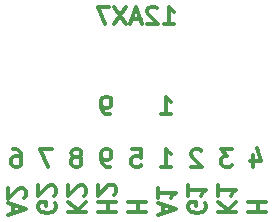
<source format=gbr>
%TF.GenerationSoftware,KiCad,Pcbnew,(6.0.5)*%
%TF.CreationDate,2023-02-15T13:57:15-05:00*%
%TF.ProjectId,12ax7_socket,31326178-375f-4736-9f63-6b65742e6b69,rev?*%
%TF.SameCoordinates,Original*%
%TF.FileFunction,Legend,Bot*%
%TF.FilePolarity,Positive*%
%FSLAX46Y46*%
G04 Gerber Fmt 4.6, Leading zero omitted, Abs format (unit mm)*
G04 Created by KiCad (PCBNEW (6.0.5)) date 2023-02-15 13:57:15*
%MOMM*%
%LPD*%
G01*
G04 APERTURE LIST*
%ADD10C,0.300000*%
G04 APERTURE END LIST*
D10*
X156801428Y-106762857D02*
X158301428Y-106762857D01*
X157587142Y-106762857D02*
X157587142Y-105905714D01*
X156801428Y-105905714D02*
X158301428Y-105905714D01*
X158158571Y-105262857D02*
X158230000Y-105191428D01*
X158301428Y-105048571D01*
X158301428Y-104691428D01*
X158230000Y-104548571D01*
X158158571Y-104477142D01*
X158015714Y-104405714D01*
X157872857Y-104405714D01*
X157658571Y-104477142D01*
X156801428Y-105334285D01*
X156801428Y-104405714D01*
X149610000Y-106834285D02*
X149610000Y-106120000D01*
X149181428Y-106977142D02*
X150681428Y-106477142D01*
X149181428Y-105977142D01*
X150538571Y-105548571D02*
X150610000Y-105477142D01*
X150681428Y-105334285D01*
X150681428Y-104977142D01*
X150610000Y-104834285D01*
X150538571Y-104762857D01*
X150395714Y-104691428D01*
X150252857Y-104691428D01*
X150038571Y-104762857D01*
X149181428Y-105620000D01*
X149181428Y-104691428D01*
X157765714Y-102913571D02*
X157480000Y-102913571D01*
X157337142Y-102842142D01*
X157265714Y-102770714D01*
X157122857Y-102556428D01*
X157051428Y-102270714D01*
X157051428Y-101699285D01*
X157122857Y-101556428D01*
X157194285Y-101485000D01*
X157337142Y-101413571D01*
X157622857Y-101413571D01*
X157765714Y-101485000D01*
X157837142Y-101556428D01*
X157908571Y-101699285D01*
X157908571Y-102056428D01*
X157837142Y-102199285D01*
X157765714Y-102270714D01*
X157622857Y-102342142D01*
X157337142Y-102342142D01*
X157194285Y-102270714D01*
X157122857Y-102199285D01*
X157051428Y-102056428D01*
X157765714Y-98468571D02*
X157480000Y-98468571D01*
X157337142Y-98397142D01*
X157265714Y-98325714D01*
X157122857Y-98111428D01*
X157051428Y-97825714D01*
X157051428Y-97254285D01*
X157122857Y-97111428D01*
X157194285Y-97040000D01*
X157337142Y-96968571D01*
X157622857Y-96968571D01*
X157765714Y-97040000D01*
X157837142Y-97111428D01*
X157908571Y-97254285D01*
X157908571Y-97611428D01*
X157837142Y-97754285D01*
X157765714Y-97825714D01*
X157622857Y-97897142D01*
X157337142Y-97897142D01*
X157194285Y-97825714D01*
X157122857Y-97754285D01*
X157051428Y-97611428D01*
X165528571Y-101556428D02*
X165457142Y-101485000D01*
X165314285Y-101413571D01*
X164957142Y-101413571D01*
X164814285Y-101485000D01*
X164742857Y-101556428D01*
X164671428Y-101699285D01*
X164671428Y-101842142D01*
X164742857Y-102056428D01*
X165600000Y-102913571D01*
X164671428Y-102913571D01*
X162310000Y-106834285D02*
X162310000Y-106120000D01*
X161881428Y-106977142D02*
X163381428Y-106477142D01*
X161881428Y-105977142D01*
X161881428Y-104691428D02*
X161881428Y-105548571D01*
X161881428Y-105120000D02*
X163381428Y-105120000D01*
X163167142Y-105262857D01*
X163024285Y-105405714D01*
X162952857Y-105548571D01*
X149574285Y-101413571D02*
X149860000Y-101413571D01*
X150002857Y-101485000D01*
X150074285Y-101556428D01*
X150217142Y-101770714D01*
X150288571Y-102056428D01*
X150288571Y-102627857D01*
X150217142Y-102770714D01*
X150145714Y-102842142D01*
X150002857Y-102913571D01*
X149717142Y-102913571D01*
X149574285Y-102842142D01*
X149502857Y-102770714D01*
X149431428Y-102627857D01*
X149431428Y-102270714D01*
X149502857Y-102127857D01*
X149574285Y-102056428D01*
X149717142Y-101985000D01*
X150002857Y-101985000D01*
X150145714Y-102056428D01*
X150217142Y-102127857D01*
X150288571Y-102270714D01*
X154261428Y-106762857D02*
X155761428Y-106762857D01*
X154261428Y-105905714D02*
X155118571Y-106548571D01*
X155761428Y-105905714D02*
X154904285Y-106762857D01*
X155618571Y-105334285D02*
X155690000Y-105262857D01*
X155761428Y-105120000D01*
X155761428Y-104762857D01*
X155690000Y-104620000D01*
X155618571Y-104548571D01*
X155475714Y-104477142D01*
X155332857Y-104477142D01*
X155118571Y-104548571D01*
X154261428Y-105405714D01*
X154261428Y-104477142D01*
X155082857Y-102056428D02*
X155225714Y-101985000D01*
X155297142Y-101913571D01*
X155368571Y-101770714D01*
X155368571Y-101699285D01*
X155297142Y-101556428D01*
X155225714Y-101485000D01*
X155082857Y-101413571D01*
X154797142Y-101413571D01*
X154654285Y-101485000D01*
X154582857Y-101556428D01*
X154511428Y-101699285D01*
X154511428Y-101770714D01*
X154582857Y-101913571D01*
X154654285Y-101985000D01*
X154797142Y-102056428D01*
X155082857Y-102056428D01*
X155225714Y-102127857D01*
X155297142Y-102199285D01*
X155368571Y-102342142D01*
X155368571Y-102627857D01*
X155297142Y-102770714D01*
X155225714Y-102842142D01*
X155082857Y-102913571D01*
X154797142Y-102913571D01*
X154654285Y-102842142D01*
X154582857Y-102770714D01*
X154511428Y-102627857D01*
X154511428Y-102342142D01*
X154582857Y-102199285D01*
X154654285Y-102127857D01*
X154797142Y-102056428D01*
X162131428Y-102913571D02*
X162988571Y-102913571D01*
X162560000Y-102913571D02*
X162560000Y-101413571D01*
X162702857Y-101627857D01*
X162845714Y-101770714D01*
X162988571Y-101842142D01*
X159341428Y-106762857D02*
X160841428Y-106762857D01*
X160127142Y-106762857D02*
X160127142Y-105905714D01*
X159341428Y-105905714D02*
X160841428Y-105905714D01*
X159662857Y-101413571D02*
X160377142Y-101413571D01*
X160448571Y-102127857D01*
X160377142Y-102056428D01*
X160234285Y-101985000D01*
X159877142Y-101985000D01*
X159734285Y-102056428D01*
X159662857Y-102127857D01*
X159591428Y-102270714D01*
X159591428Y-102627857D01*
X159662857Y-102770714D01*
X159734285Y-102842142D01*
X159877142Y-102913571D01*
X160234285Y-102913571D01*
X160377142Y-102842142D01*
X160448571Y-102770714D01*
X153150000Y-105977142D02*
X153221428Y-106120000D01*
X153221428Y-106334285D01*
X153150000Y-106548571D01*
X153007142Y-106691428D01*
X152864285Y-106762857D01*
X152578571Y-106834285D01*
X152364285Y-106834285D01*
X152078571Y-106762857D01*
X151935714Y-106691428D01*
X151792857Y-106548571D01*
X151721428Y-106334285D01*
X151721428Y-106191428D01*
X151792857Y-105977142D01*
X151864285Y-105905714D01*
X152364285Y-105905714D01*
X152364285Y-106191428D01*
X153078571Y-105334285D02*
X153150000Y-105262857D01*
X153221428Y-105120000D01*
X153221428Y-104762857D01*
X153150000Y-104620000D01*
X153078571Y-104548571D01*
X152935714Y-104477142D01*
X152792857Y-104477142D01*
X152578571Y-104548571D01*
X151721428Y-105405714D01*
X151721428Y-104477142D01*
X152900000Y-101413571D02*
X151900000Y-101413571D01*
X152542857Y-102913571D01*
X168140000Y-101413571D02*
X167211428Y-101413571D01*
X167711428Y-101985000D01*
X167497142Y-101985000D01*
X167354285Y-102056428D01*
X167282857Y-102127857D01*
X167211428Y-102270714D01*
X167211428Y-102627857D01*
X167282857Y-102770714D01*
X167354285Y-102842142D01*
X167497142Y-102913571D01*
X167925714Y-102913571D01*
X168068571Y-102842142D01*
X168140000Y-102770714D01*
X162377142Y-90848571D02*
X163234285Y-90848571D01*
X162805714Y-90848571D02*
X162805714Y-89348571D01*
X162948571Y-89562857D01*
X163091428Y-89705714D01*
X163234285Y-89777142D01*
X161805714Y-89491428D02*
X161734285Y-89420000D01*
X161591428Y-89348571D01*
X161234285Y-89348571D01*
X161091428Y-89420000D01*
X161020000Y-89491428D01*
X160948571Y-89634285D01*
X160948571Y-89777142D01*
X161020000Y-89991428D01*
X161877142Y-90848571D01*
X160948571Y-90848571D01*
X160377142Y-90420000D02*
X159662857Y-90420000D01*
X160520000Y-90848571D02*
X160020000Y-89348571D01*
X159520000Y-90848571D01*
X159162857Y-89348571D02*
X158162857Y-90848571D01*
X158162857Y-89348571D02*
X159162857Y-90848571D01*
X157734285Y-89348571D02*
X156734285Y-89348571D01*
X157377142Y-90848571D01*
X162131428Y-98468571D02*
X162988571Y-98468571D01*
X162560000Y-98468571D02*
X162560000Y-96968571D01*
X162702857Y-97182857D01*
X162845714Y-97325714D01*
X162988571Y-97397142D01*
X165850000Y-105977142D02*
X165921428Y-106120000D01*
X165921428Y-106334285D01*
X165850000Y-106548571D01*
X165707142Y-106691428D01*
X165564285Y-106762857D01*
X165278571Y-106834285D01*
X165064285Y-106834285D01*
X164778571Y-106762857D01*
X164635714Y-106691428D01*
X164492857Y-106548571D01*
X164421428Y-106334285D01*
X164421428Y-106191428D01*
X164492857Y-105977142D01*
X164564285Y-105905714D01*
X165064285Y-105905714D01*
X165064285Y-106191428D01*
X164421428Y-104477142D02*
X164421428Y-105334285D01*
X164421428Y-104905714D02*
X165921428Y-104905714D01*
X165707142Y-105048571D01*
X165564285Y-105191428D01*
X165492857Y-105334285D01*
X169501428Y-106762857D02*
X171001428Y-106762857D01*
X170287142Y-106762857D02*
X170287142Y-105905714D01*
X169501428Y-105905714D02*
X171001428Y-105905714D01*
X169894285Y-101913571D02*
X169894285Y-102913571D01*
X170251428Y-101342142D02*
X170608571Y-102413571D01*
X169680000Y-102413571D01*
X166961428Y-106762857D02*
X168461428Y-106762857D01*
X166961428Y-105905714D02*
X167818571Y-106548571D01*
X168461428Y-105905714D02*
X167604285Y-106762857D01*
X166961428Y-104477142D02*
X166961428Y-105334285D01*
X166961428Y-104905714D02*
X168461428Y-104905714D01*
X168247142Y-105048571D01*
X168104285Y-105191428D01*
X168032857Y-105334285D01*
M02*

</source>
